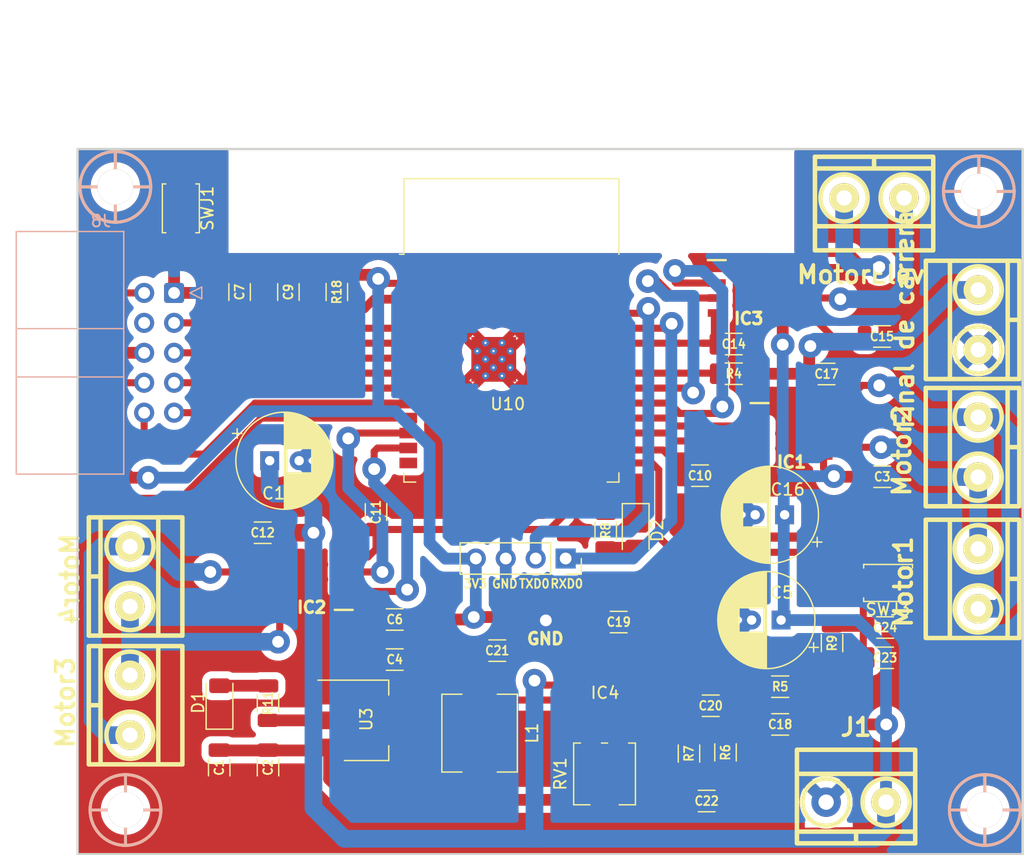
<source format=kicad_pcb>
(kicad_pcb (version 20221018) (generator pcbnew)
  (layers (0 "F.Cu" signal) (31 "B.Cu" signal) (34 "B.Paste" user) (35 "F.Paste" user) (36 "B.SilkS" user "B.Silkscreen") (37 "F.SilkS" user "F.Silkscreen") (38 "B.Mask" user) (39 "F.Mask" user) (44 "Edge.Cuts" user))
  (net 0 "")
  (net 1 "GND")
  (net 2 "/Vin")
  (net 3 "/3V3")
  (net 4 "/EN")
  (net 5 "Net-(J11-Pin_1)")
  (net 6 "Net-(D1-A)")
  (net 7 "/EnA")
  (net 8 "/EnB")
  (net 9 "/EN Elev")
  (net 10 "Net-(IC1-OUT2)")
  (net 11 "Net-(IC1-OUT1)")
  (net 12 "/IN3")
  (net 13 "/IN4")
  (net 14 "Net-(IC2-OUT1)")
  (net 15 "Net-(IC2-OUT2)")
  (net 16 "/IN5")
  (net 17 "/IN6")
  (net 18 "Net-(IC3-OUT1)")
  (net 19 "Net-(IC3-OUT2)")
  (net 20 "/RXD0")
  (net 21 "/TXD0")
  (net 22 "/Sen2")
  (net 23 "/Sen3")
  (net 24 "/Sen4")
  (net 25 "/Sen5")
  (net 26 "/Sen6")
  (net 27 "/Sen7")
  (net 28 "/FC")
  (net 29 "/BOOT")
  (net 30 "/IN2")
  (net 31 "/IN1")
  (net 39 "Net-(D2-A)")
  (net 40 "unconnected-(U10-IO22-Pad36)")
  (net 41 "unconnected-(U10-IO23-Pad37)")
  (net 43 "/5V")
  (net 44 "Net-(IC4-SS)")
  (net 45 "Net-(IC4-COMP)")
  (net 46 "Net-(C20-Pad2)")
  (net 47 "Net-(IC4-BS)")
  (net 48 "Net-(IC4-SW)")
  (net 49 "Net-(IC4-EN)")
  (net 50 "Net-(IC4-FB)")
  (net 52 "unconnected-(U10-SENSOR_VP-Pad4)")
  (net 54 "/Led prueba")
  (net 55 "/Sen1")
  (footprint "Capacitor_SMD:C_1206_3216Metric" (layer "F.Cu") (at 122.76 81.28 180)
    (fp_text reference "C23")
    (fp_text value "0.1u" hide)
  )
  (footprint "Capacitor_SMD:C_1206_3216Metric" (layer "F.Cu") (at 72.14 50.25 -90)
    (fp_text reference "C9")
    (fp_text value "0.1u" hide)
  )
  (footprint "EESTN5:hole_3mm" (layer "F.Cu") (at 58.3205 94.1916)
    (fp_text reference "hole_3mm" hide)
    (fp_text value "VAL**" hide)
  )
  (footprint "LED_SMD:LED_1206_3216Metric" (layer "F.Cu") (at 101.6 70.485 -90)
    (fp_text reference "D2")
    (fp_text value "LED" hide)
  )
  (footprint "Capacitor_SMD:C_1206_3216Metric" (layer "F.Cu") (at 70.4109 90.5848 -90)
    (fp_text reference "C2")
    (fp_text value "0.1u" hide)
  )
  (footprint "Capacitor_SMD:C_1206_3216Metric" (layer "F.Cu") (at 107.9642 85.3472)
    (fp_text reference "C20")
    (fp_text value "4.8n" hide)
  )
  (footprint "EESTN5:BORNERA2_AZUL" (layer "F.Cu") (at 58.7015 74.3796 -90)
    (fp_text reference "J6" hide)
    (fp_text value "Motor4")
  )
  (footprint "EESTN5:BORNERA2_AZUL" (layer "F.Cu") (at 130.65335 74.5828 90)
    (fp_text reference "J4" hide)
    (fp_text value "Motor1")
  )
  (footprint "LibraryPERSONALES:SOIC127P600X170-9N" (layer "F.Cu") (at 74.1193 74.6336 180)
    (fp_text reference "IC2")
    (fp_text value "TB67H450AFNG,EL" hide)
  )
  (footprint "Capacitor_SMD:C_1206_3216Metric" (layer "F.Cu") (at 122.496 54.02)
    (fp_text reference "C15")
    (fp_text value "0.1u" hide)
  )
  (footprint "EESTN5:BORNERA2_AZUL" (layer "F.Cu") (at 121.826 42.27 180)
    (fp_text reference "J7" hide)
    (fp_text value "MotorElev")
  )
  (footprint "EESTN5:hole_3mm" (layer "F.Cu") (at 131.2185 94.1916)
    (fp_text reference "hole_3mm" hide)
    (fp_text value "VAL**" hide)
  )
  (footprint "Resistor_SMD:R_1206_3216Metric" (layer "F.Cu") (at 99.06 70.485 -90)
    (fp_text reference "R8")
    (fp_text value "330" hide)
  )
  (footprint "Capacitor_SMD:C_1206_3216Metric" (layer "F.Cu") (at 100.1595 78.2472 180)
    (fp_text reference "C19")
    (fp_text value "0.1u" hide)
  )
  (footprint "Resistor_SMD:R_1206_3216Metric" (layer "F.Cu") (at 118.26 80.035 -90)
    (fp_text reference "R9")
    (fp_text value "4.7k" hide)
  )
  (footprint "Button_Switch_SMD:SW_Push_SPST_NO_Alps_SKRK" (layer "F.Cu") (at 63.016 43.15 -90)
    (fp_text reference "SWJ1")
    (fp_text value "SW_MEC_5G" hide)
  )
  (footprint "LibraryPERSONALES:SO8-TH" (layer "F.Cu") (at 99.0333 84.2296 -90)
    (fp_text reference "IC4")
    (fp_text value "MP2307")
  )
  (footprint "Resistor_SMD:R_1206_3216Metric" (layer "F.Cu") (at 109.92 57.18)
    (fp_text reference "R4")
    (fp_text value "100k" hide)
  )
  (footprint "Capacitor_SMD:C_1206_3216Metric" (layer "F.Cu") (at 107.0595 65.8296)
    (fp_text reference "C10")
    (fp_text value "0.1u" hide)
  )
  (footprint "Capacitor_SMD:C_1206_3216Metric" (layer "F.Cu") (at 122.76 78.71 180)
    (fp_text reference "C24")
    (fp_text value "0.1u" hide)
  )
  (footprint "Capacitor_SMD:C_1206_3216Metric" (layer "F.Cu") (at 66.2707 90.5848 -90)
    (fp_text reference "C1")
    (fp_text value "10u" hide)
  )
  (footprint "LibraryPERSONALES:SOIC127P600X170-9N" (layer "F.Cu") (at 114.825 62.25)
    (fp_text reference "IC1")
    (fp_text value "TB67H450AFNG,EL" hide)
  )
  (footprint "EESTN5:BORNERA2_AZUL" (layer "F.Cu") (at 130.65335 63.4068 90)
    (fp_text reference "J3" hide)
    (fp_text value "Motor2")
  )
  (footprint "Capacitor_SMD:C_1206_3216Metric" (layer "F.Cu") (at 107.624 93.4296)
    (fp_text reference "C22")
    (fp_text value "12u" hide)
  )
  (footprint "Capacitor_SMD:C_1206_3216Metric" (layer "F.Cu") (at 68 50.25 -90)
    (fp_text reference "C7")
    (fp_text value "0.1u" hide)
  )
  (footprint "Capacitor_SMD:C_1206_3216Metric" (layer "F.Cu") (at 69.9595 70.67 180)
    (fp_text reference "C12")
    (fp_text value "0.1u" hide)
  )
  (footprint "EESTN5:BORNERA2_AZUL" (layer "F.Cu") (at 130.6597 52.6118 90)
    (fp_text reference "J11" hide)
    (fp_text value "Final de carrera")
  )
  (footprint "Resistor_SMD:R_1206_3216Metric" (layer "F.Cu") (at 109.2216 89.3041 90)
    (fp_text reference "R6")
    (fp_text value "8.2k" hide)
  )
  (footprint "Inductor_SMD:L_6.3x6.3_H3" (layer "F.Cu") (at 88.3595 87.67 -90)
    (fp_text reference "L1")
    (fp_text value "2u" hide)
  )
  (footprint "Capacitor_SMD:C_1206_3216Metric" (layer "F.Cu") (at 109.92 54.664)
    (fp_text reference "C14")
    (fp_text value "0.1u" hide)
  )
  (footprint "Capacitor_SMD:C_1206_3216Metric" (layer "F.Cu") (at 81.1595 81.4296 180)
    (fp_text reference "C4")
    (fp_text value "0.1u" hide)
  )
  (footprint "RF_Module:ESP32-WROOM-32D" (layer "F.Cu") (at 91.0595 56.4916)
    (fp_text reference "U10")
    (fp_text value "ESP32-WROOM-32" hide)
  )
  (footprint "Capacitor_THT:CP_Radial_D8.0mm_P2.50mm" (layer "F.Cu") (at 114.236951 69.1472 180)
    (fp_text reference "C16")
    (fp_text value "100u" hide)
  )
  (footprint "Capacitor_SMD:C_1206_3216Metric" (layer "F.Cu") (at 79.5745 68.9186 90)
    (fp_text reference "C11")
    (fp_text value "0.1u" hide)
  )
  (footprint "EESTN5:hole_3mm" (layer "F.Cu") (at 57.4595 41.3296)
    (fp_text reference "hole_3mm" hide)
    (fp_text value "VAL**" hide)
  )
  (footprint "Package_TO_SOT_SMD:SOT-223-3_TabPin2" (layer "F.Cu") (at 78.7425 86.5856)
    (fp_text reference "U3")
    (fp_text value "AMS1117-3.3" hide)
  )
  (footprint "Resistor_SMD:R_1206_3216Metric" (layer "F.Cu") (at 70.4109 85.1238 90)
    (fp_text reference "R11")
    (fp_text value "5.1k" hide)
  )
  (footprint "Resistor_SMD:R_1206_3216Metric" (layer "F.Cu") (at 106.1216 89.4041 90)
    (fp_text reference "R7")
    (fp_text value "8.2k" hide)
  )
  (footprint "EESTN5:hole_3mm" (layer "F.Cu") (at 130.7105 41.7152)
    (fp_text reference "hole_3mm" hide)
    (fp_text value "VAL**" hide)
  )
  (footprint "Capacitor_THT:CP_Radial_D8.0mm_P2.50mm" (layer "F.Cu") (at 113.937351 78.079 180)
    (fp_text reference "C5")
    (fp_text value "100u" hide)
  )
  (footprint "LED_SMD:LED_1206_3216Metric" (layer "F.Cu") (at 66.2961 85.0476 90)
    (fp_text reference "D1")
    (fp_text value "LED" hide)
  )
  (footprint "Capacitor_THT:CP_Radial_D8.0mm_P2.50mm" (layer "F.Cu") (at 70.5525 64.56051)
    (fp_text reference "C13")
    (fp_text value "100u" hide)
  )
  (footprint "Capacitor_SMD:C_1206_3216Metric" (layer "F.Cu") (at 81.1595 78.0296 180)
    (fp_text reference "C6")
    (fp_text value "10u" hide)
  )
  (footprint "EESTN5:BORNERA2_AZUL" (layer "F.Cu") (at 120.2965 93.52485)
    (fp_text reference "J1")
    (fp_text value "Alimentacion 12V" hide)
  )
  (footprint "Potentiometer_SMD:Potentiometer_Vishay_TS53YJ_Vertical" (layer "F.Cu") (at 98.9595 91.1296 90)
    (fp_text reference "RV1")
    (fp_text value "220k" hide)
  )
  (footprint "Capacitor_SMD:C_1206_3216Metric" (layer "F.Cu") (at 122.516 65.92)
    (fp_text reference "C3")
    (fp_text value "0.1u" hide)
  )
  (footprint "Resistor_SMD:R_1206_3216Metric" (layer "F.Cu") (at 76.25 50.25 90)
    (fp_text reference "R18")
    (fp_text value "4.7k" hide)
  )
  (footprint "LibraryPERSONALES:SOIC127P600X170-9N" (layer "F.Cu") (at 111.19 50.1226)
    (fp_text reference "IC3")
    (fp_text value "TB67H450AFNG,EL" hide)
  )
  (footprint "Resistor_SMD:R_1206_3216Metric" (layer "F.Cu") (at 113.8595 83.7296 180)
    (fp_text reference "R5")
    (fp_text value "100k" hide)
  )
  (footprint "Button_Switch_SMD:SW_Push_SPST_NO_Alps_SKRK" (layer "F.Cu") (at 123.01 74.93 180)
    (fp_text reference "SWJ3")
    (fp_text value "SW_MEC_5G")
  )
  (footprint "Capacitor_SMD:C_1206_3216Metric" (layer "F.Cu") (at 89.8595 80.67 180)
    (fp_text reference "C21")
    (fp_text value "10n" hide)
  )
  (footprint "EESTN5:BORNERA2_AZUL" (layer "F.Cu") (at 58.7015 85.3016 -90)
    (fp_text reference "J5" hide)
    (fp_text value "Motor3")
  )
  (footprint "Capacitor_SMD:C_1206_3216Metric" (layer "F.Cu") (at 117.794 57.204 180)
    (fp_text reference "C17")
    (fp_text value "0.1u" hide)
  )
  (footprint "Capacitor_SMD:C_1206_3216Metric" (layer "F.Cu") (at 113.8595 86.9296 180)
    (fp_text reference "C18")
    (fp_text value "12u" hide)
  )
  (footprint "Connector_PinSocket_2.54mm:PinSocket_1x04_P2.54mm_Vertical" (layer "F.Cu") (at 95.6585 72.8556 -90)
    (fp_text reference "J2" hide)
    (fp_text value "UART" hide)
  )
  (footprint "Connector_IDC:IDC-Header_2x05_P2.54mm_Horizontal" (layer "B.Cu") (at 62.4432 50.3258 180)
    (fp_text reference "J8")
    (fp_text value "Screw_Terminal_01x10")
  )
  (gr_rect (start 54.2565 38.1211) (end 134.4189 97.9381) (stroke (width 0.2)) (fill none) (layer "Edge.Cuts"))
  (gr_text "GND" (at 92.25 80.25) (layer "F.SilkS") (effects (font (size 1 1) (thickness 0.25) bold) (justify left bottom)))
  (segment (start 66.9174 75.2686) (end 66.266 75.92) (width 0.6) (layer "F.Cu") (net 1))
  (segment (start 123.73 51.02) (end 123.75 51) (width 0.6) (layer "F.Cu") (net 1))
  (segment (start 66.266 76.9575) (end 66.266 79.516) (width 0.6) (layer "F.Cu") (net 1))
  (segment (start 66.266 79.516) (end 66.5 79.75) (width 0.6) (layer "F.Cu") (net 1))
  (segment (start 66.266 75.92) (end 66.266 76.9575) (width 0.6) (layer "F.Cu") (net 1))
  (segment (start 120.006 48.42) (end 121.0135 49.4275) (width 0.6) (layer "F.Cu") (net 1))
  (segment (start 121.0135 51.02) (end 123.73 51.02) (width 0.6) (layer "F.Cu") (net 1))
  (segment (start 113.902 49.4876) (end 116.1984 49.4876) (width 0.6) (layer "F.Cu") (net 1))
  (segment (start 121.0135 49.4275) (end 121.0135 51.02) (width 0.6) (layer "F.Cu") (net 1))
  (segment (start 71.4073 75.2686) (end 66.9174 75.2686) (width 0.6) (layer "F.Cu") (net 1))
  (segment (start 123.4 61.1) (end 123.5 61) (width 0.6) (layer "F.Cu") (net 1))
  (segment (start 117.266 48.42) (end 120.006 48.42) (width 0.6) (layer "F.Cu") (net 1))
  (segment (start 116.1984 49.4876) (end 117.266 48.42) (width 0.6) (layer "F.Cu") (net 1))
  (via (at 93.98 78.105) (size 2) (drill 1) (layers "F.Cu" "B.Cu") (net 1))
  (segment (start 118.266 54.02) (end 121.021 54.02) (width 0.6) (layer "F.Cu") (net 2))
  (segment (start 114.238 52.0276) (end 114.0742 52.1914) (width 0.6) (layer "F.Cu") (net 2))
  (segment (start 113.902 52.0276) (end 116.2736 52.0276) (width 0.6) (layer "F.Cu") (net 2))
  (segment (start 115.3345 86.9296) (end 115.3345 83.8421) (width 1) (layer "F.Cu") (net 2))
  (segment (start 117.537 65.191) (end 118.266 65.92) (width 0.6) (layer "F.Cu") (net 2))
  (segment (start 122.7595 86.9296) (end 115.3345 86.9296) (width 1) (layer "F.Cu") (net 2))
  (segment (start 72.016 70.67) (end 74.266 70.67) (width 1.5) (layer "F.Cu") (net 2))
  (segment (start 118.266 65.92) (end 121.041 65.92) (width 1) (layer "F.Cu") (net 2))
  (segment (start 71.4073 72.42) (end 71.4073 70.6972) (width 1) (layer "F.Cu") (net 2))
  (segment (start 71.4073 70.6972) (end 71.4345 70.67) (width 1) (layer "F.Cu") (net 2))
  (segment (start 114.0742 52.1914) (end 114.0742 54.714396) (width 1) (layer "F.Cu") (net 2))
  (segment (start 116.2736 52.0276) (end 118.266 54.02) (width 0.6) (layer "F.Cu") (net 2))
  (segment (start 93.3955 83.5946) (end 96.4333 83.5946) (width 0.6) (layer "F.Cu") (net 2))
  (segment (start 117.537 64.155) (end 117.537 65.191) (width 0.6) (layer "F.Cu") (net 2))
  (segment (start 93.016 83.2151) (end 93.3955 83.5946) (width 0.6) (layer "F.Cu") (net 2))
  (via (at 114.0742 54.714396) (size 2) (drill 1) (layers "F.Cu" "B.Cu") (net 2))
  (via (at 93.016 83.2151) (size 2) (drill 1) (layers "F.Cu" "B.Cu") (net 2))
  (via (at 118.416 65.87) (size 2) (drill 1) (layers "F.Cu" "B.Cu") (net 2))
  (via (at 74.266 70.67) (size 2) (drill 1) (layers "F.Cu" "B.Cu") (net 2))
  (via (at 122.8595 86.9296) (size 2) (drill 1) (layers "F.Cu" "B.Cu") (net 2))
  (segment (start 121.8595 96.6296) (end 122.8365 95.6526) (width 1.5) (layer "B.Cu") (net 2))
  (segment (start 74.266 70.67) (end 74.266 94.016) (width 1.5) (layer "B.Cu") (net 2))
  (segment (start 76.8796 96.6296) (end 93.3595 96.6296) (width 1.5) (layer "B.Cu") (net 2))
  (segment (start 70.9461 67.3501) (end 70.5525 66.9565) (width 1.5) (layer "B.Cu") (net 2))
  (segment (start 114.0742 54.714396) (end 114.0742 65.4443) (width 1) (layer "B.Cu") (net 2))
  (segment (start 114.1595 66.675) (end 114.1595 66.37) (width 1) (layer "B.Cu") (net 2))
  (segment (start 114.6595 65.87) (end 118.416 65.87) (width 1) (layer "B.Cu") (net 2))
  (segment (start 93.016 83.2151) (end 93.016 96.6296) (width 1.5) (layer "B.Cu") (net 2))
  (segment (start 74.266 68.528652) (end 73.087448 67.3501) (width 1.5) (layer "B.Cu") (net 2))
  (segment (start 114.0742 65.4443) (end 114.1595 65.5296) (width 1) (layer "B.Cu") (net 2))
  (segment (start 114.1595 77.856851) (end 114.1595 65.5296) (width 1) (layer "B.Cu") (net 2))
  (segment (start 120.4089 78.079) (end 122.8365 80.5066) (width 1) (layer "B.Cu") (net 2))
  (segment (start 122.8365 80.5066) (end 122.8365 93.52485) (width 1) (layer "B.Cu") (net 2))
  (segment (start 70.5525 66.9565) (end 70.5525 64.56051) (width 1.5) (layer "B.Cu") (net 2))
  (segment (start 93.016 96.6296) (end 93.3595 96.6296) (width 1.5) (layer "B.Cu") (net 2))
  (segment (start 122.8365 95.6526) (end 122.8365 93.52485) (width 1.5) (layer "B.Cu") (net 2))
  (segment (start 74.266 70.67) (end 74.266 68.528652) (width 1.5) (layer "B.Cu") (net 2))
  (segment (start 93.3595 96.6296) (end 121.8595 96.6296) (width 1.5) (layer "B.Cu") (net 2))
  (segment (start 74.266 94.016) (end 76.8796 96.6296) (width 1.5) (layer "B.Cu") (net 2))
  (segment (start 113.937351 78.079) (end 120.4089 78.079) (width 1) (layer "B.Cu") (net 2))
  (segment (start 113.937351 78.079) (end 114.1595 77.856851) (width 1) (layer "B.Cu") (net 2))
  (segment (start 73.087448 67.3501) (end 70.9461 67.3501) (width 1.5) (layer "B.Cu") (net 2))
  (segment (start 56.5 57.25) (end 58.3442 55.4058) (width 1) (layer "F.Cu") (net 3))
  (segment (start 70.4109 86.5863) (end 75.5918 86.5863) (width 1) (layer "F.Cu") (net 3))
  (segment (start 56.5 63.75) (end 56.5 57.25) (width 1) (layer "F.Cu") (net 3))
  (segment (start 82.6595 85.8186) (end 82.6595 81.4546) (width 1) (layer "F.Cu") (net 3))
  (segment (start 75.5925 86.5856) (end 81.8925 86.5856) (width 1) (layer "F.Cu") (net 3))
  (segment (start 58.75 66) (end 56.5 63.75) (width 1) (layer "F.Cu") (net 3))
  (segment (start 104.7316 75.5216) (end 92.1184 75.5216) (width 1) (layer "F.Cu") (net 3))
  (segment (start 106.68 77.47) (end 104.7316 75.5216) (width 1) (layer "F.Cu") (net 3))
  (segment (start 79.7595 49.1321) (end 80.139 49.5116) (width 0.6) (layer "F.Cu") (net 3))
  (segment (start 60.25 66) (end 58.75 66) (width 1) (layer "F.Cu") (net 3))
  (segment (start 106.68 80.01) (end 106.68 77.47) (width 1) (layer "F.Cu") (net 3))
  (segment (start 58.3442 55.4058) (end 59.9032 55.4058) (width 1) (layer "F.Cu") (net 3))
  (segment (start 92.1184 75.5216) (end 89.82 77.82) (width 1) (layer "F.Cu") (net 3))
  (segment (start 118.26 81.4975) (end 108.1675 81.4975) (width 1) (layer "F.Cu") (net 3))
  (segment (start 89.82 77.82) (end 87.866 77.82) (width 1) (layer "F.Cu") (net 3))
  (segment (start 108.1675 81.4975) (end 106.68 80.01) (width 1) (layer "F.Cu") (net 3))
  (segment (start 80.139 49.5116) (end 82.3095 49.5116) (width 0.6) (layer "F.Cu") (net 3))
  (segment (start 79.4149 48.7875) (end 76.25 48.7875) (width 1) (layer "F.Cu") (net 3))
  (segment (start 82.6345 78.0296) (end 82.6345 81.4296) (width 1) (layer "F.Cu") (net 3))
  (segment (start 79.7595 49.1321) (end 79.4149 48.7875) (width 1) (layer "F.Cu") (net 3))
  (segment (start 75.5918 86.5863) (end 75.5925 86.5856) (width 1) (layer "F.Cu") (net 3))
  (segment (start 59.9032 55.4058) (end 59.889 55.42) (width 1) (layer "F.Cu") (net 3))
  (segment (start 82.6595 81.4546) (end 82.6345 81.4296) (width 1) (layer "F.Cu") (net 3))
  (segment (start 87.866 77.82) (end 87.6564 78.0296) (width 1) (layer "F.Cu") (net 3))
  (segment (start 87.6564 78.0296) (end 82.6345 78.0296) (width 1) (layer "F.Cu") (net 3))
  (segment (start 81.8925 86.5856) (end 82.6595 85.8186) (width 1) (layer "F.Cu") (net 3))
  (via (at 79.7595 49.1321) (size 2) (drill 1) (layers "F.Cu" "B.Cu") (net 3))
  (via (at 60.25 66) (size 2) (drill 1) (layers "F.Cu" "B.Cu") (net 3))
  (via (at 87.866 77.82) (size 2) (drill 1) (layers "F.Cu" "B.Cu") (net 3))
  (segment (start 63.5 66) (end 69.1384 60.3616) (width 1) (layer "B.Cu") (net 3))
  (segment (start 79.7595 60.3521) (end 79.75 60.3616) (width 1) (layer "B.Cu") (net 3))
  (segment (start 81.2076 60.3616) (end 84.116 63.27) (width 1) (layer "B.Cu") (net 3))
  (segment (start 85.465348 72.87) (end 88.0241 72.87) (width 1) (layer "B.Cu") (net 3))
  (segment (start 88.0385 77.6475) (end 88.0385 72.8556) (width 1) (layer "B.Cu") (net 3))
  (segment (start 87.866 77.82) (end 88.0385 77.6475) (width 1) (layer "B.Cu") (net 3))
  (segment (start 84.116 63.27) (end 84.116 71.520652) (width 1) (layer "B.Cu") (net 3))
  (segment (start 60.25 66) (end 63.5 66) (width 1) (layer "B.Cu") (net 3))
  (segment (start 84.116 71.520652) (end 85.465348 72.87) (width 1) (layer "B.Cu") (net 3))
  (segment (start 79.7595 49.1321) (end 79.7595 60.3521) (width 1) (layer "B.Cu") (net 3))
  (segment (start 88.0241 72.87) (end 88.0385 72.8556) (width 1) (layer "B.Cu") (net 3))
  (segment (start 69.1384 60.3616) (end 81.2076 60.3616) (width 1) (layer "B.Cu") (net 3))
  (segment (start 63.016 45.25) (end 63.016 47.016) (width 0.75) (layer "F.Cu") (net 4))
  (segment (start 63.016 47.016) (end 67.67 51.67) (width 0.75) (layer "F.Cu") (net 4))
  (segment (start 82.3095 50.7816) (end 82.2615 50.8296) (width 0.6) (layer "F.Cu") (net 4))
  (segment (start 82.234 50.8571) (end 82.3095 50.7816) (width 0.75) (layer "F.Cu") (net 4))
  (segment (start 78.58 51.67) (end 79.3929 50.8571) (width 0.75) (layer "F.Cu") (net 4))
  (segment (start 79.3929 50.8571) (end 82.234 50.8571) (width 0.75) (layer "F.Cu") (net 4))
  (segment (start 67.67 51.67) (end 78.58 51.67) (width 0.75) (layer "F.Cu") (net 4))
  (segment (start 116.2988 57.1838) (end 116.319 57.204) (width 1) (layer "F.Cu") (net 5))
  (segment (start 116.420678 54.83358) (end 116.319 54.935258) (width 0.6) (layer "F.Cu") (net 5))
  (segment (start 111.3863 57.1838) (end 116.2988 57.1838) (width 1) (layer "F.Cu") (net 5))
  (segment (start 116.319 54.935258) (end 116.319 57.204) (width 1) (layer "F.Cu") (net 5))
  (segment (start 111.3825 57.18) (end 111.3863 57.1838) (width 1) (layer "F.Cu") (net 5))
  (via (at 116.420678 54.83358) (size 2) (drill 1) (layers "F.Cu" "B.Cu") (net 5))
  (segment (start 128.4342 50.0718) (end 130.6597 50.0718) (width 1.5) (layer "B.Cu") (net 5))
  (segment (start 116.420678 54.83358) (end 116.784258 54.47) (width 1.5) (layer "B.Cu") (net 5))
  (segment (start 124.036 54.47) (end 128.4342 50.0718) (width 1.5) (layer "B.Cu") (net 5))
  (segment (start 116.784258 54.47) (end 124.036 54.47) (width 1.5) (layer "B.Cu") (net 5))
  (segment (start 70.3972 83.6476) (end 70.4109 83.6613) (width 1) (layer "F.Cu") (net 6))
  (segment (start 66.2961 83.6476) (end 70.3972 83.6476) (width 1) (layer "F.Cu") (net 6))
  (segment (start 99.9795 63.6516) (end 103.9266 63.6516) (width 0.6) (layer "F.Cu") (net 7))
  (segment (start 103.9266 63.6516) (end 104.43 64.155) (width 0.6) (layer "F.Cu") (net 7))
  (segment (start 99.8095 63.4816) (end 99.9795 63.6516) (width 0.6) (layer "F.Cu") (net 7))
  (segment (start 105.5845 65.8296) (end 105.5595 65.8046) (width 0.6) (layer "F.Cu") (net 7))
  (segment (start 105.5595 65.8046) (end 105.5595 64.475) (width 1) (layer "F.Cu") (net 7))
  (segment (start 104.43 64.155) (end 112.113 64.155) (width 0.6) (layer "F.Cu") (net 7))
  (segment (start 78.8945 72.7286) (end 79.5745 72.0486) (width 0.6) (layer "F.Cu") (net 8))
  (segment (start 79.5745 72.0486) (end 79.5745 70.3936) (width 0.6) (layer "F.Cu") (net 8))
  (segment (start 76.8313 72.7286) (end 78.8945 72.7286) (width 0.6) (layer "F.Cu") (net 8))
  (segment (start 79.5745 70.3936) (end 94.2955 70.3936) (width 0.6) (layer "F.Cu") (net 8))
  (segment (start 94.2955 70.3936) (end 95.5095 69.1796) (width 0.6) (layer "F.Cu") (net 8))
  (segment (start 95.5095 69.1796) (end 95.5095 66.0016) (width 0.6) (layer "F.Cu") (net 8))
  (segment (start 99.8095 54.5916) (end 105.3105 54.5916) (width 0.6) (layer "F.Cu") (net 9))
  (segment (start 107.38 54.5916) (end 108.3726 54.5916) (width 0.6) (layer "F.Cu") (net 9))
  (segment (start 108.478 54.5586) (end 108.445 54.5916) (width 0.6) (layer "F.Cu") (net 9))
  (segment (start 105.3105 54.5916) (end 107.38 54.5916) (width 0.6) (layer "F.Cu") (net 9))
  (segment (start 108.445 54.5916) (end 107.38 54.5916) (width 0.6) (layer "F.Cu") (net 9))
  (segment (start 108.3726 54.5916) (end 108.445 54.664) (width 0.6) (layer "F.Cu") (net 9))
  (segment (start 108.478 52.378) (end 108.478 54.5586) (width 1) (layer "F.Cu") (net 9))
  (segment (start 118.585 60.39) (end 117.582 60.39) (width 0.6) (layer "F.Cu") (net 10))
  (segment (start 122.266 58.17) (end 120.805 58.17) (width 0.6) (layer "F.Cu") (net 10))
  (segment (start 117.582 60.39) (end 117.537 60.345) (width 0.6) (layer "F.Cu") (net 10))
  (segment (start 120.805 58.17) (end 118.585 60.39) (width 0.6) (layer "F.Cu") (net 10))
  (via (at 122.266 58.17) (size 2) (drill 1) (layers "F.Cu" "B.Cu") (net 10))
  (segment (start 130.65335 77.1228) (end 132.3869 77.1228) (width 1.5) (layer "B.Cu") (net 10))
  (segment (start 123.4925 58.17) (end 122.266 58.17) (width 1.5) (layer "B.Cu") (net 10))
  (segment (start 132.0313 60.8668) (end 130.65335 60.8668) (width 1.5) (layer "B.Cu") (net 10))
  (segment (start 130.65335 60.8668) (end 126.1893 60.8668) (width 1.5) (layer "B.Cu") (net 10))
  (segment (start 126.1893 60.8668) (end 123.4925 58.17) (width 1.5) (layer "B.Cu") (net 10))
  (segment (start 133.3521 62.1876) (end 132.0313 60.8668) (width 1.5) (layer "B.Cu") (net 10))
  (segment (start 133.3521 76.1576) (end 133.3521 62.1876) (width 1.5) (layer "B.Cu") (net 10))
  (segment (start 132.3869 77.1228) (end 133.3521 76.1576) (width 1.5) (layer "B.Cu") (net 10))
  (segment (start 122.416 63.42) (end 120.045 63.42) (width 0.6) (layer "F.Cu") (net 11))
  (segment (start 119.51 62.885) (end 117.537 62.885) (width 0.6) (layer "F.Cu") (net 11))
  (segment (start 120.045 63.42) (end 119.51 62.885) (width 0.6) (layer "F.Cu") (net 11))
  (via (at 122.416 63.42) (size 2) (drill 1) (layers "F.Cu" "B.Cu") (net 11))
  (segment (start 126.0623 65.9468) (end 130.65335 65.9468) (width 1.5) (layer "B.Cu") (net 11))
  (segment (start 122.416 63.42) (end 123.5355 63.42) (width 1.5) (layer "B.Cu") (net 11))
  (segment (start 130.65335 65.9468) (end 130.65335 72.0428) (width 1.5) (layer "B.Cu") (net 11))
  (segment (start 123.5355 63.42) (end 126.0623 65.9468) (width 1.5) (layer "B.Cu") (net 11))
  (segment (start 78.185647 75.6486) (end 77.805647 75.2686) (width 0.6) (layer "F.Cu") (net 12))
  (segment (start 77.805647 75.2686) (end 76.8313 75.2686) (width 0.6) (layer "F.Cu") (net 12))
  (segment (start 79.7044 63.4816) (end 82.3095 63.4816) (width 0.6) (layer "F.Cu") (net 12))
  (segment (start 82.0594 75.6486) (end 78.185647 75.6486) (width 0.6) (layer "F.Cu") (net 12))
  (segment (start 79.416 63.77) (end 79.7044 63.4816) (width 0.6) (layer "F.Cu") (net 12))
  (segment (start 79.416 65.27) (end 79.416 63.77) (width 0.6) (layer "F.Cu") (net 12))
  (segment (start 82.216 75.492) (end 82.0594 75.6486) (width 0.6) (layer "F.Cu") (net 12))
  (via (at 79.416 65.27) (size 2) (drill 1) (layers "F.Cu" "B.Cu") (net 12))
  (via (at 82.216 75.492) (size 2) (drill 1) (layers "F.Cu" "B.Cu") (net 12))
  (segment (start 82.216 75.492) (end 82.216 73.97) (width 0.6) (layer "B.Cu") (net 12))
  (segment (start 82.216 75.492) (end 82.216 69.27) (width 1) (layer "B.Cu") (net 12))
  (segment (start 79.416 66.47) (end 79.416 65.27) (width 1) (layer "B.Cu") (net 12))
  (segment (start 82.216 69.27) (end 79.416 66.47) (width 1) (layer "B.Cu") (net 12))
  (segment (start 80.116 73.9991) (end 80.1155 73.9986) (width 0.6) (layer "F.Cu") (net 13))
  (segment (start 77.6744 62.2116) (end 82.3095 62.2116) (width 0.6) (layer "F.Cu") (net 13))
  (segment (start 80.1155 73.9986) (end 76.8313 73.9986) (width 0.6) (layer "F.Cu") (net 13))
  (segment (start 77.216 62.67) (end 77.6744 62.2116) (width 0.6) (layer "F.Cu") (net 13))
  (via (at 80.116 73.9991) (size 2) (drill 1) (layers "F.Cu" "B.Cu") (net 13))
  (via (at 77.216 62.67) (size 2) (drill 1) (layers "F.Cu" "B.Cu") (net 13))
  (segment (start 80.116 73.9991) (end 80.116 69.77) (width 1) (layer "B.Cu") (net 13))
  (segment (start 80.116 69.77) (end 77.216 66.87) (width 1) (layer "B.Cu") (net 13))
  (segment (start 77.216 66.87) (end 77.216 62.67) (width 1) (layer "B.Cu") (net 13))
  (segment (start 71.4073 73.9986) (end 65.516 73.9986) (width 0.6) (layer "F.Cu") (net 14))
  (via (at 65.516 73.9986) (size 2) (drill 1) (layers "F.Cu" "B.Cu") (net 14))
  (segment (start 62.8925 73.9986) (end 60.7335 71.8396) (width 1.5) (layer "B.Cu") (net 14))
  (segment (start 65.516 73.9986) (end 62.8925 73.9986) (width 1.5) (layer "B.Cu") (net 14))
  (segment (start 60.7335 71.8396) (end 58.7015 71.8396) (width 1.5) (layer "B.Cu") (net 14))
  (segment (start 55.5265 86.5716) (end 55.5265 72.6016) (width 1.5) (layer "B.Cu") (net 14))
  (segment (start 55.5265 72.6016) (end 56.2885 71.8396) (width 1.5) (layer "B.Cu") (net 14))
  (segment (start 58.7015 87.8416) (end 56.7965 87.8416) (width 1.5) (layer "B.Cu") (net 14))
  (segment (start 56.7965 87.8416) (end 55.5265 86.5716) (width 1.5) (layer "B.Cu") (net 14))
  (segment (start 56.2885 71.8396) (end 58.7015 71.8396) (width 1.5) (layer "B.Cu") (net 14))
  (segment (start 71.4073 79.7787) (end 71.4073 76.5386) (width 0.6) (layer "F.Cu") (net 15))
  (segment (start 71.266 79.92) (end 71.4073 79.7787) (width 0.6) (layer "F.Cu") (net 15))
  (via (at 71.266 79.92) (size 2) (drill 1) (layers "F.Cu" "B.Cu") (net 15))
  (segment (start 59.2015 79.92) (end 58.7015 79.42) (width 1.5) (layer "B.Cu") (net 15))
  (segment (start 58.7015 76.9196) (end 58.7015 79.42) (width 1.5) (layer "B.Cu") (net 15))
  (segment (start 71.266 79.92) (end 59.2015 79.92) (width 1.5) (layer "B.Cu") (net 15))
  (segment (start 58.7015 79.42) (end 58.7015 82.7616) (width 1.5) (layer "B.Cu") (net 15))
  (segment (start 59.0825 76.5386) (end 58.7015 76.9196) (width 1.5) (layer "B.Cu") (net 15))
  (segment (start 109.175 59.325) (end 109.175 59.7405) (width 0.6) (layer "F.Cu") (net 16))
  (segment (start 104.938019 49.403618) (end 105.022001 49.4876) (width 0.6) (layer "F.Cu") (net 16))
  (segment (start 104.938019 48.458982) (end 104.938019 49.403618) (width 0.6) (layer "F.Cu") (net 16))
  (segment (start 105.022001 49.4876) (end 108.478 49.4876) (width 0.6) (layer "F.Cu") (net 16))
  (segment (start 105.3 60.5) (end 104.4716 59.6716) (width 0.6) (layer "F.Cu") (net 16))
  (segment (start 104.4716 59.6716) (end 99.8095 59.6716) (width 0.6) (layer "F.Cu") (net 16))
  (segment (start 108.3655 60.55) (end 105.3 60.55) (width 0.6) (layer "F.Cu") (net 16))
  (segment (start 105.3 60.55) (end 105.3 60.5) (width 0.6) (layer "F.Cu") (net 16))
  (segment (start 109.175 59.7405) (end 108.95 59.9655) (width 0.6) (layer "F.Cu") (net 16))
  (segment (start 108.95 59.9655) (end 108.3655 60.55) (width 0.6) (layer "F.Cu") (net 16))
  (via (at 108.95 59.9655) (size 2) (drill 1) (layers "F.Cu" "B.Cu") (net 16))
  (via (at 104.938019 48.458982) (size 2) (drill 1) (layers "F.Cu" "B.Cu") (net 16))
  (segment (start 104.938019 48.458982) (end 107.283982 48.458982) (width 1) (layer "B.Cu") (net 16))
  (segment (start 108.95 50.125) (end 108.95 59.9655) (width 1) (layer "B.Cu") (net 16))
  (segment (start 107.283982 48.458982) (end 108.95 50.125) (width 1) (layer "B.Cu") (net 16))
  (segment (start 102.63162 49.323332) (end 103.468916 49.323332) (width 0.6) (layer "F.Cu") (net 17))
  (segment (start 106.4745 58.7811) (end 106.095 58.4016) (width 0.6) (layer "F.Cu") (net 17))
  (segment (start 103.468916 49.323332) (end 104.903184 50.7576) (width 0.6) (layer "F.Cu") (net 17))
  (segment (start 104.903184 50.7576) (end 108.478 50.7576) (width 0.6) (layer "F.Cu") (net 17))
  (segment (start 106.095 58.4016) (end 99.8095 58.4016) (width 0.6) (layer "F.Cu") (net 17))
  (via (at 102.63162 49.323332) (size 2) (drill 1) (layers "F.Cu" "B.Cu") (net 17))
  (via (at 106.4745 58.7811) (size 2) (drill 1) (layers "F.Cu" "B.Cu") (net 17))
  (segment (start 106.50138 50.57638) (end 106.50138 58.75422) (width 1) (layer "B.Cu") (net 17))
  (segment (start 104.195576 50.57638) (end 106.50138 50.57638) (width 1) (layer "B.Cu") (net 17))
  (segment (start 106.50138 58.75422) (end 106.4745 58.7811) (width 1) (layer "B.Cu") (net 17))
  (segment (start 102.942528 49.323332) (end 104.195576 50.57638) (width 1) (layer "B.Cu") (net 17))
  (segment (start 102.63162 49.323332) (end 102.942528 49.323332) (width 1) (layer "B.Cu") (net 17))
  (segment (start 118.4536 50.7576) (end 113.902 50.7576) (width 0.6) (layer "F.Cu") (net 18))
  (segment (start 118.966 51.27) (end 118.4536 50.7576) (width 0.6) (layer "F.Cu") (net 18))
  (via (at 118.966 50.854) (size 2) (drill 1) (layers "F.Cu" "B.Cu") (net 18))
  (segment (start 124.366131 42.270131) (end 124.366 42.27) (width 1.5) (layer "B.Cu") (net 18))
  (segment (start 124.366131 49.909869) (end 124.366131 42.270131) (width 1.5) (layer "B.Cu") (net 18))
  (segment (start 118.966 50.854) (end 123.422 50.854) (width 1.5) (layer "B.Cu") (net 18))
  (segment (start 123.422 50.854) (end 124.366131 49.909869) (width 1.5) (layer "B.Cu") (net 18))
  (segment (start 116.710571 46.975429) (end 115.4684 48.2176) (width 0.6) (layer "F.Cu") (net 19))
  (segment (start 115.4684 48.2176) (end 113.902 48.2176) (width 0.6) (layer "F.Cu") (net 19))
  (segment (start 122.266131 48.130131) (end 121.059633 48.130131) (width 0.6) (layer "F.Cu") (net 19))
  (segment (start 121.059633 48.130131) (end 119.904931 46.975429) (width 0.6) (layer "F.Cu") (net 19))
  (segment (start 119.904931 46.975429) (end 116.710571 46.975429) (width 0.6) (layer "F.Cu") (net 19))
  (via (at 122.266131 48.130131) (size 2) (drill 1) (layers "F.Cu" "B.Cu") (net 19))
  (segment (start 120.066131 48.130131) (end 119.286 47.35) (width 1.5) (layer "B.Cu") (net 19))
  (segment (start 119.286 47.35) (end 119.286 42.27) (width 1.5) (layer "B.Cu") (net 19))
  (segment (start 122.266131 48.130131) (end 120.066131 48.130131) (width 1.5) (layer "B.Cu") (net 19))
  (segment (start 104.272346 53.3216) (end 99.8095 53.3216) (width 0.6) (layer "F.Cu") (net 20))
  (segment (start 104.65138 52.942566) (end 104.272346 53.3216) (width 0.6) (layer "F.Cu") (net 20))
  (via (at 104.65138 52.942566) (size 2) (drill 1) (layers "F.Cu" "B.Cu") (net 20))
  (segment (start 104.65138 52.942566) (end 104.625 52.968946) (width 1) (layer "B.Cu") (net 20))
  (segment (start 104.625 52.968946) (end 104.625 69.6041) (width 1) (layer "B.Cu") (net 20))
  (segment (start 104.625 69.6041) (end 101.3735 72.8556) (width 1) (layer "B.Cu") (net 20))
  (segment (start 101.3735 72.8556) (end 95.6585 72.8556) (width 1) (layer "B.Cu") (net 20))
  (segment (start 102.2955 52.0516) (end 102.675 51.6721) (width 0.6) (layer "F.Cu") (net 21))
  (segment (start 99.8095 52.0516) (end 102.2955 52.0516) (width 0.6) (layer "F.Cu") (net 21))
  (segment (start 99.8335 52.0276) (end 99.8095 52.0516) (width 0.6) (layer "F.Cu") (net 21))
  (segment (start 102.675 51.6721) (end 103.1181 51.6721) (width 0.6) (layer "F.Cu") (net 21))
  (via (at 102.675 51.6721) (size 2) (drill 1) (layers "F.Cu" "B.Cu") (net 21))
  (segment (start 93.1185 71.0776) (end 93.1185 72.8556) (width 1) (layer "B.Cu") (net 21))
  (segment (start 93.6265 70.5696) (end 93.1185 71.0776) (width 1) (layer "B.Cu") (net 21))
  (segment (start 102.675 51.6721) (end 102.675 69.021) (width 1) (layer "B.Cu") (net 21))
  (segment (start 102.675 69.021) (end 101.1264 70.5696) (width 1) (layer "B.Cu") (net 21))
  (segment (start 101.1264 70.5696) (end 93.6265 70.5696) (width 1) (layer "B.Cu") (net 21))
  (segment (start 82.3095 58.4016) (end 68.4844 58.4016) (width 0.6) (layer "F.Cu") (net 22))
  (segment (start 63.916 62.67) (end 62.916 62.67) (width 0.6) (layer "F.Cu") (net 22))
  (segment (start 68.4844 58.4016) (end 64.216 62.67) (width 0.6) (layer "F.Cu") (net 22))
  (segment (start 64.216 62.67) (end 63.916 62.67) (width 0.6) (layer "F.Cu") (net 22))
  (segment (start 63.916 62.67) (end 60.516 62.67) (width 0.6) (layer "F.Cu") (net 22))
  (segment (start 59.9032 62.0572) (end 59.9032 60.4858) (width 0.6) (layer "F.Cu") (net 22))
  (segment (start 60.516 62.67) (end 59.9032 62.0572) (width 0.6) (layer "F.Cu") (net 22))
  (segment (start 82.3095 57.1316) (end 67.8044 57.1316) (width 0.6) (layer "F.Cu") (net 23))
  (segment (start 67.8044 57.1316) (end 64.4502 60.4858) (width 0.6) (layer "F.Cu") (net 23))
  (segment (start 64.4502 60.4858) (end 62.4432 60.4858) (width 0.6) (layer "F.Cu") (net 23))
  (segment (start 67.3244 55.8616) (end 82.3095 55.8616) (width 0.6) (layer "F.Cu") (net 24))
  (segment (start 65.2402 57.9458) (end 67.3244 55.8616) (width 0.6) (layer "F.Cu") (net 24))
  (segment (start 62.4432 57.9458) (end 65.2402 57.9458) (width 0.6) (layer "F.Cu") (net 24))
  (segment (start 64.2802 55.4058) (end 62.4432 55.4058) (width 0.6) (layer "F.Cu") (net 25))
  (segment (start 65.0944 54.5916) (end 64.2802 55.4058) (width 0.6) (layer "F.Cu") (net 25))
  (segment (start 82.3095 54.5916) (end 65.0944 54.5916) (width 0.6) (layer "F.Cu") (net 25))
  (segment (start 64.4618 52.8658) (end 62.4432 52.8658) (width 0.6) (layer "F.Cu") (net 26))
  (segment (start 82.3095 53.3216) (end 64.9176 53.3216) (width 0.6) (layer "F.Cu") (net 26))
  (segment (start 64.9176 53.3216) (end 64.4618 52.8658) (width 0.6) (layer "F.Cu") (net 26))
  (segment (start 63.036 67.75) (end 57 67.75) (width 0.6) (layer "F.Cu") (net 27))
  (segment (start 55.25 52.686) (end 57.6102 50.3258) (width 0.6) (layer "F.Cu") (net 27))
  (segment (start 57.6102 50.3258) (end 59.9032 50.3258) (width 0.6) (layer "F.Cu") (net 27))
  (segment (start 55.25 66) (end 55.25 52.686) (width 0.6) (layer "F.Cu") (net 27))
  (segment (start 69.8444 60.9416) (end 63.036 67.75) (width 0.6) (layer "F.Cu") (net 27))
  (segment (start 57 67.75) (end 55.25 66) (width 0.6) (layer "F.Cu") (net 27))
  (segment (start 82.3095 60.9416) (end 69.8444 60.9416) (width 0.6) (layer "F.Cu") (net 27))
  (segment (start 82.3095 60.9416) (end 82.2855 60.9176) (width 0.6) (layer "F.Cu") (net 27))
  (segment (start 108.4575 57.18) (end 108.4091 57.1316) (width 0.6) (layer "F.Cu") (net 28))
  (segment (start 108.4091 57.1316) (end 99.8095 57.1316) (width 0.6) (layer "F.Cu") (net 28))
  (segment (start 99.8109 57.133) (end 99.8095 57.1316) (width 0.6) (layer "F.Cu") (net 28))
  (segment (start 118.11 72.3296) (end 104.8595 72.3296) (width 0.6) (layer "F.Cu") (net 29))
  (segment (start 118.26 78.5725) (end 121.1475 78.5725) (width 1) (layer "F.Cu") (net 29))
  (segment (start 119.9546 72.3296) (end 120.91 73.285) (width 0.6) (layer "F.Cu") (net 29))
  (segment (start 103.5595 65.3296) (end 102.9815 64.7516) (width 0.6) (layer "F.Cu") (net 29))
  (segment (start 120.91 80.905) (end 121.285 81.28) (width 0.6) (layer "F.Cu") (net 29))
  (segment (start 121.1475 78.5725) (end 121.285 78.71) (width 1) (layer "F.Cu") (net 29))
  (segment (start 120.91 74.93) (end 120.91 80.905) (width 0.6) (layer "F.Cu") (net 29))
  (segment (start 120.91 73.285) (end 120.91 74.93) (width 0.6) (layer "F.Cu") (net 29))
  (segment (start 118.522 72.3296) (end 118.11 72.3296) (width 0.6) (layer "F.Cu") (net 29))
  (segment (start 102.9815 64.7516) (end 99.8095 64.7516) (width 0.6) (layer "F.Cu") (net 29))
  (segment (start 103.5595 71.0296) (end 103.5595 65.3296) (width 0.6) (layer "F.Cu") (net 29))
  (segment (start 104.8595 72.3296) (end 103.5595 71.0296) (width 0.6) (layer "F.Cu") (net 29))
  (segment (start 118.11 72.3296) (end 119.9546 72.3296) (width 0.6) (layer "F.Cu") (net 29))
  (segment (start 99.8095 60.9416) (end 104.35 60.9416) (width 0.6) (layer "F.Cu") (net 30))
  (segment (start 105.021497 61.615) (end 112.113 61.615) (width 0.6) (layer "F.Cu") (net 30))
  (segment (start 104.35 60.943503) (end 105.021497 61.615) (width 0.6) (layer "F.Cu") (net 30))
  (segment (start 104.35 60.9416) (end 104.35 60.943503) (width 0.6) (layer "F.Cu") (net 30))
  (segment (start 104.947995 62.885) (end 104.274595 62.2116) (width 0.6) (layer "F.Cu") (net 31))
  (segment (start 112.113 62.885) (end 104.947995 62.885) (width 0.6) (layer "F.Cu") (net 31))
  (segment (start 104.274595 62.2116) (end 99.8095 62.2116) (width 0.6) (layer "F.Cu") (net 31))
  (segment (start 99.06 71.9475) (end 101.5375 71.9475) (width 1) (layer "F.Cu") (net 39))
  (segment (start 101.5375 71.9475) (end 101.6 71.885) (width 1) (layer "F.Cu") (net 39))
  (segment (start 99.8335 50.7576) (end 99.8095 50.7816) (width 0.6) (layer "F.Cu") (net 40))
  (segment (start 99.8335 49.4876) (end 99.8095 49.5116) (width 0.6) (layer "F.Cu") (net 41))
  (segment (start 97.7595 89.1796) (end 97.8095 89.1296) (width 1) (layer "F.Cu") (net 43))
  (segment (start 75.5925 88.8856) (end 75.5925 91.5626) (width 1) (layer "F.Cu") (net 43))
  (segment (start 106.049 93.3296) (end 106.149 93.4296) (width 1) (layer "F.Cu") (net 43))
  (segment (start 75.5925 91.5626) (end 77.3595 93.3296) (width 1) (layer "F.Cu") (net 43))
  (segment (start 66.3005 89.1396) (end 75.3385 89.1396) (width 1) (layer "F.Cu") (net 43))
  (segment (start 75.3385 89.1396) (end 75.5925 88.8856) (width 1) (layer "F.Cu") (net 43))
  (segment (start 66.2707 89.1098) (end 66.3005 89.1396) (width 1) (layer "F.Cu") (net 43))
  (segment (start 98.9595 93.1296) (end 97.7595 93.1296) (width 1) (layer "F.Cu") (net 43))
  (segment (start 88.3595 90.2796) (end 88.3595 90.42) (width 1) (layer "F.Cu") (net 43))
  (segment (start 88.4595 90.1796) (end 88.3595 90.2796) (width 1) (layer "F.Cu") (net 43))
  (segment (start 88.5825 93.3296) (end 106.049 93.3296) (width 1) (layer "F.Cu") (net 43))
  (segment (start 88.3433 93.3028) (end 88.3433 90.1528) (width 1) (layer "F.Cu") (net 43))
  (segment (start 77.3595 93.3296) (end 88.4595 93.3296) (width 1) (layer "F.Cu") (net 43))
  (segment (start 97.7595 93.1296) (end 97.7595 89.1796) (width 1) (layer "F.Cu") (net 43))
  (segment (start 103.1059 82.3246) (end 103.8119 81.6186) (width 0.6) (layer "F.Cu") (net 44))
  (segment (start 103.8119 78.6214) (end 103.4377 78.2472) (width 0.6) (layer "F.Cu") (net 44))
  (segment (start 101.6333 82.3246) (end 103.1059 82.3246) (width 0.6) (layer "F.Cu") (net 44))
  (segment (start 103.8119 81.6186) (end 103.8119 78.6214) (width 0.6) (layer "F.Cu") (net 44))
  (segment (start 103.4377 78.2472) (end 101.6345 78.2472) (width 0.6) (layer "F.Cu") (net 44))
  (segment (start 101.6333 84.8646) (end 106.3195 84.8646) (width 0.6) (layer "F.Cu") (net 45))
  (segment (start 109.4392 87.624) (end 109.2216 87.8416) (width 1) (layer "F.Cu") (net 46))
  (segment (start 109.4392 85.3472) (end 109.4392 87.624) (width 1) (layer "F.Cu") (net 46))
  (segment (start 93.266 80.67) (end 94.9206 82.3246) (width 0.6) (layer "F.Cu") (net 47))
  (segment (start 94.9206 82.3246) (end 96.4333 82.3246) (width 0.6) (layer "F.Cu") (net 47))
  (segment (start 91.3345 80.67) (end 93.266 80.67) (width 0.6) (layer "F.Cu") (net 47))
  (segment (start 88.3595 84.92) (end 88.3845 84.895) (width 0.6) (layer "F.Cu") (net 48))
  (segment (start 88.3845 84.895) (end 88.3845 80.67) (width 1) (layer "F.Cu") (net 48))
  (segment (start 96.4333 84.8646) (end 88.4149 84.8646) (width 0.6) (layer "F.Cu") (net 48))
  (segment (start 88.4149 84.8646) (end 88.3595 84.92) (width 0.6) (layer "F.Cu") (net 48))
  (segment (start 112.162 83.5946) (end 112.297 83.7296) (width 0.6) (layer "F.Cu") (net 49))
  (segment (start 101.6333 83.5946) (end 101.6683 83.6296) (width 0.6) (layer "F.Cu") (net 49))
  (segment (start 101.6333 83.5946) (end 112.162 83.5946) (width 0.6) (layer "F.Cu") (net 49))
  (segment (start 105.122 87.9296) (end 100.1595 87.9296) (width 1) (layer "F.Cu") (net 50))
  (segment (start 100.1095 87.9796) (end 100.1095 89.1296) (width 1) (layer "F.Cu") (net 50))
  (segment (start 101.6333 86.1346) (end 104.7645 86.1346) (width 0.6) (layer "F.Cu") (net 50))
  (segment (start 100.1595 87.9296) (end 100.1095 87.9796) (width 1) (layer "F.Cu") (net 50))
  (segment (start 104.7645 86.1346) (end 105.1595 86.5296) (width 0.6) (layer "F.Cu") (net 50))
  (segment (start 105.1595 86.5296) (end 105.1595 87.9671) (width 0.6) (layer "F.Cu") (net 50))
  (segment (start 106.1216 87.9416) (end 106.0841 87.9041) (width 0.6) (layer "F.Cu") (net 50))
  (segment (start 82.3095 52.0516) (end 82.2875 52.0296) (width 0.6) (layer "F.Cu") (net 52))
  (segment (start 97.5975 69.0225) (end 96.7795 68.2045) (width 0.6) (layer "F.Cu") (net 54))
  (segment (start 99.06 69.0225) (end 97.5975 69.0225) (width 0.6) (layer "F.Cu") (net 54))
  (segment (start 96.7795 68.2045) (end 96.7795 66.0016) (width 0.6) (layer "F.Cu") (net 54))
  (segment (start 58.2402 57.9458) (end 59.9032 57.9458) (width 0.6) (layer "F.Cu") (net 55))
  (segment (start 82.3095 59.6716) (end 69.3144 59.6716) (width 0.6) (layer "F.Cu") (net 55))
  (segment (start 64.986 64) (end 59.25 64) (width 0.6) (layer "F.Cu") (net 55))
  (segment (start 69.3144 59.6716) (end 64.986 64) (width 0.6) (layer "F.Cu") (net 55))
  (segment (start 58 62.75) (end 58 58.186) (width 0.6) (layer "F.Cu") (net 55))
  (segment (start 59.25 64) (end 58 62.75) (width 0.6) (layer "F.Cu") (net 55))
  (segment (start 58 58.186) (end 58.2402 57.9458) (width 0.6) (layer "F.Cu") (net 55))
  (zone (net 0) (net_name "") (layer "F.Cu") (connect_pads thru_hole_only (clearance 0)) (min_thickness 0.6)
    (keepout (tracks not_allowed) (vias not_allowed) (pads not_allowed) (copperpour not_allowed) (footprints allowed))
    (fill (thermal_gap 1) (thermal_bridge_width 1))
    (polygon (pts (xy 89.322092 71.63109) (xy 91.836692 71.52949) (xy 91.735092 74.17109) (xy 89.322092 74.06949)))
  )
  (zone (net 0) (net_name "") (layer "F.Cu") (connect_pads thru_hole_only (clearance 0)) (min_thickness 0.6)
    (keepout (tracks not_allowed) (vias not_allowed) (pads not_allowed) (copperpour not_allowed) (footprints allowed))
    (fill (thermal_gap 1) (thermal_bridge_width 1))
    (polygon (pts (xy 71.821492 63.2912) (xy 74.336092 63.1896) (xy 74.234492 65.8312) (xy 71.821492 65.7296)))
  )
  (zone (net 0) (net_name "") (layer "F.Cu") (connect_pads thru_hole_only (clearance 0)) (min_thickness 0.6)
    (keepout (tracks not_allowed) (vias not_allowed) (pads not_allowed) (copperpour not_allowed) (footprints allowed))
    (fill (thermal_gap 1) (thermal_bridge_width 1))
    (polygon (pts (xy 115.9023 91.6008) (xy 119.9917 91.5754) (xy 120.0171 95.6394) (xy 115.9531 95.6902)))
  )
  (zone (net 0) (net_name "") (layer "F.Cu") (connect_pads (clearance 0)) (min_thickness 0.25)
    (keepout (tracks not_allowed) (vias not_allowed) (pads not_allowed) (copperpour not_allowed) (footprints allowed))
    (fill (thermal_gap 0.5) (thermal_bridge_width 0.5))
    (polygon (pts (xy 109.7875 76.5296) (xy 109.7875 79.5776) (xy 115.3755 79.5776) (xy 115.3755 76.5296) (xy 114.3595 76.5296)))
  )
  (zone (net 0) (net_name "") (layer "F.Cu") (connect_pads (clearance 0)) (min_thickness 0.25)
    (keepout (tracks not_allowed) (vias not_allowed) (pads not_allowed) (copperpour not_allowed) (footprints allowed))
    (fill (thermal_gap 0.5) (thermal_bridge_width 0.5))
    (polygon (pts (xy 110.223751 67.5978) (xy 110.223751 70.6458) (xy 115.811751 70.6458) (xy 115.811751 67.5978) (xy 114.795751 67.5978)))
  )
  (zone (net 1) (net_name "GND") (layers "F&B.Cu") (connect_pads thru_hole_only (clearance 0.6)) (min_thickness 0.5) (fill yes (thermal_gap 1) (thermal_bridge_width 1))
    (polygon (pts (xy 54.2819 97.9508) (xy 54.2819 38.1084) (xy 134.5459 38.0068) (xy 134.5459 97.8492)))
  )
  (zone (net 0) (net_name "") (layer "B.Cu") (connect_pads (clearance 0)) (min_thickness 0.25)
    (keepout (tracks not_allowed) (vias not_allowed) (pads not_allowed) (copperpour not_allowed) (footprints allowed))
    (fill (thermal_gap 0.5) (thermal_bridge_width 0.5))
    (polygon (pts (xy 87.3273 53.7294) (xy 92.1533 53.6786) (xy 92.4073 58.1236) (xy 87.1241 57.9966)))
  )
  (zone (net 0) (net_name "") (layer "B.Cu") (connect_pads thru_hole_only (clearance 0)) (min_thickness 0.5)
    (keepout (tracks not_allowed) (vias not_allowed) (pads not_allowed) (copperpour not_allowed) (footprints allowed))
    (fill (thermal_gap 1) (thermal_bridge_width 1))
    (polygon (pts (xy 61.25 49) (xy 63.75 49) (xy 63.75 51.75) (xy 61.25 51.75)))
  )
  (zone (net 0) (net_name "") (layer "B.Cu") (connect_pads thru_hole_only (clearance 0)) (min_thickness 0.6)
    (keepout (tracks not_allowed) (vias not_allowed) (pads not_allowed) (copperpour not_allowed) (footprints allowed))
    (fill (thermal_gap 1) (thermal_bridge_width 1))
    (polygon (pts (xy 62.676 50.092) (xy 62.168 50.092) (xy 62.168 50.346) (xy 62.676 50.346)))
  )
)
</source>
